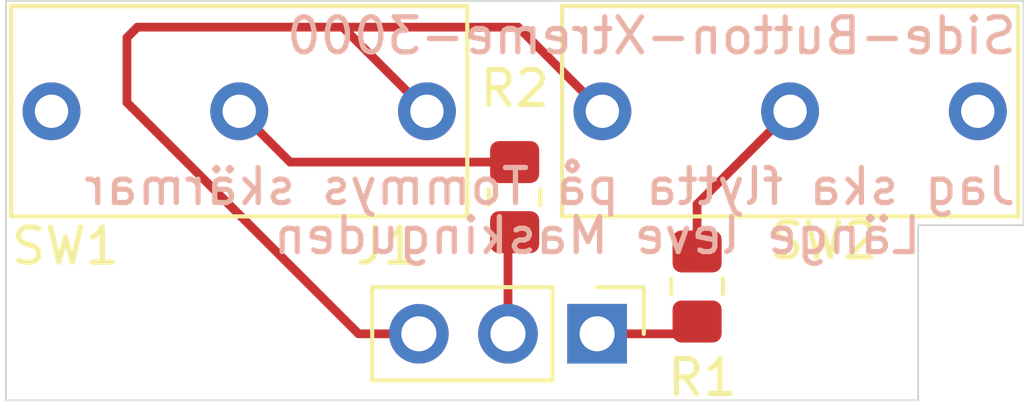
<source format=kicad_pcb>
(kicad_pcb (version 20171130) (host pcbnew "(5.1.9-0-10_14)")

  (general
    (thickness 1.6)
    (drawings 12)
    (tracks 16)
    (zones 0)
    (modules 5)
    (nets 6)
  )

  (page A4)
  (layers
    (0 F.Cu signal)
    (31 B.Cu signal)
    (32 B.Adhes user)
    (33 F.Adhes user)
    (34 B.Paste user)
    (35 F.Paste user)
    (36 B.SilkS user)
    (37 F.SilkS user)
    (38 B.Mask user)
    (39 F.Mask user)
    (40 Dwgs.User user)
    (41 Cmts.User user)
    (42 Eco1.User user)
    (43 Eco2.User user)
    (44 Edge.Cuts user)
    (45 Margin user)
    (46 B.CrtYd user)
    (47 F.CrtYd user)
    (48 B.Fab user)
    (49 F.Fab user)
  )

  (setup
    (last_trace_width 0.25)
    (trace_clearance 0.2)
    (zone_clearance 0.508)
    (zone_45_only no)
    (trace_min 0.2)
    (via_size 0.8)
    (via_drill 0.4)
    (via_min_size 0.4)
    (via_min_drill 0.3)
    (uvia_size 0.3)
    (uvia_drill 0.1)
    (uvias_allowed no)
    (uvia_min_size 0.2)
    (uvia_min_drill 0.1)
    (edge_width 0.05)
    (segment_width 0.2)
    (pcb_text_width 0.3)
    (pcb_text_size 1.5 1.5)
    (mod_edge_width 0.12)
    (mod_text_size 1 1)
    (mod_text_width 0.15)
    (pad_size 1.524 1.524)
    (pad_drill 0.762)
    (pad_to_mask_clearance 0)
    (aux_axis_origin 0 0)
    (visible_elements FFFFFF7F)
    (pcbplotparams
      (layerselection 0x010fc_ffffffff)
      (usegerberextensions false)
      (usegerberattributes true)
      (usegerberadvancedattributes true)
      (creategerberjobfile true)
      (excludeedgelayer true)
      (linewidth 0.100000)
      (plotframeref false)
      (viasonmask false)
      (mode 1)
      (useauxorigin false)
      (hpglpennumber 1)
      (hpglpenspeed 20)
      (hpglpendiameter 15.000000)
      (psnegative false)
      (psa4output false)
      (plotreference true)
      (plotvalue true)
      (plotinvisibletext false)
      (padsonsilk false)
      (subtractmaskfromsilk false)
      (outputformat 1)
      (mirror false)
      (drillshape 1)
      (scaleselection 1)
      (outputdirectory ""))
  )

  (net 0 "")
  (net 1 "Net-(J1-Pad1)")
  (net 2 "Net-(J1-Pad2)")
  (net 3 "Net-(J1-Pad3)")
  (net 4 "Net-(R1-Pad2)")
  (net 5 "Net-(R2-Pad2)")

  (net_class Default "This is the default net class."
    (clearance 0.2)
    (trace_width 0.25)
    (via_dia 0.8)
    (via_drill 0.4)
    (uvia_dia 0.3)
    (uvia_drill 0.1)
    (add_net "Net-(J1-Pad1)")
    (add_net "Net-(J1-Pad2)")
    (add_net "Net-(J1-Pad3)")
    (add_net "Net-(R1-Pad2)")
    (add_net "Net-(R2-Pad2)")
  )

  (module Connector_PinHeader_2.54mm:PinHeader_1x03_P2.54mm_Vertical (layer F.Cu) (tedit 60293813) (tstamp 6026F957)
    (at 46.5 38.3 270)
    (descr "Through hole straight pin header, 1x03, 2.54mm pitch, single row")
    (tags "Through hole pin header THT 1x03 2.54mm single row")
    (path /6026C38E)
    (fp_text reference J1 (at -2.5 6) (layer F.SilkS)
      (effects (font (size 1 1) (thickness 0.15)))
    )
    (fp_text value Conn_01x03_Male (at 1.2 10.25) (layer F.Fab)
      (effects (font (size 1 1) (thickness 0.15)))
    )
    (fp_line (start 1.8 -1.8) (end -1.8 -1.8) (layer F.CrtYd) (width 0.05))
    (fp_line (start 1.8 6.85) (end 1.8 -1.8) (layer F.CrtYd) (width 0.05))
    (fp_line (start -1.8 6.85) (end 1.8 6.85) (layer F.CrtYd) (width 0.05))
    (fp_line (start -1.8 -1.8) (end -1.8 6.85) (layer F.CrtYd) (width 0.05))
    (fp_line (start -1.33 -1.33) (end 0 -1.33) (layer F.SilkS) (width 0.12))
    (fp_line (start -1.33 0) (end -1.33 -1.33) (layer F.SilkS) (width 0.12))
    (fp_line (start -1.33 1.27) (end 1.33 1.27) (layer F.SilkS) (width 0.12))
    (fp_line (start 1.33 1.27) (end 1.33 6.41) (layer F.SilkS) (width 0.12))
    (fp_line (start -1.33 1.27) (end -1.33 6.41) (layer F.SilkS) (width 0.12))
    (fp_line (start -1.33 6.41) (end 1.33 6.41) (layer F.SilkS) (width 0.12))
    (fp_line (start -1.27 -0.635) (end -0.635 -1.27) (layer F.Fab) (width 0.1))
    (fp_line (start -1.27 6.35) (end -1.27 -0.635) (layer F.Fab) (width 0.1))
    (fp_line (start 1.27 6.35) (end -1.27 6.35) (layer F.Fab) (width 0.1))
    (fp_line (start 1.27 -1.27) (end 1.27 6.35) (layer F.Fab) (width 0.1))
    (fp_line (start -0.635 -1.27) (end 1.27 -1.27) (layer F.Fab) (width 0.1))
    (fp_text user %R (at 0 2.54) (layer F.Fab)
      (effects (font (size 1 1) (thickness 0.15)))
    )
    (pad 1 thru_hole rect (at 0 0 270) (size 1.7 1.7) (drill 1) (layers *.Cu *.Mask)
      (net 1 "Net-(J1-Pad1)"))
    (pad 2 thru_hole oval (at 0 2.54 270) (size 1.7 1.7) (drill 1) (layers *.Cu *.Mask)
      (net 2 "Net-(J1-Pad2)"))
    (pad 3 thru_hole oval (at 0 5.08 270) (size 1.7 1.7) (drill 1) (layers *.Cu *.Mask)
      (net 3 "Net-(J1-Pad3)"))
    (model ${KISYS3DMOD}/Connector_PinHeader_2.54mm.3dshapes/PinHeader_1x03_P2.54mm_Vertical.wrl
      (at (xyz 0 0 0))
      (scale (xyz 1 1 1))
      (rotate (xyz 0 0 0))
    )
  )

  (module Resistor_SMD:R_0805_2012Metric_Pad1.20x1.40mm_HandSolder (layer F.Cu) (tedit 60293824) (tstamp 6026F968)
    (at 49.35 36.95 90)
    (descr "Resistor SMD 0805 (2012 Metric), square (rectangular) end terminal, IPC_7351 nominal with elongated pad for handsoldering. (Body size source: IPC-SM-782 page 72, https://www.pcb-3d.com/wordpress/wp-content/uploads/ipc-sm-782a_amendment_1_and_2.pdf), generated with kicad-footprint-generator")
    (tags "resistor handsolder")
    (path /6026C85A)
    (attr smd)
    (fp_text reference R1 (at -2.6 0.15 180) (layer F.SilkS)
      (effects (font (size 1 1) (thickness 0.15)))
    )
    (fp_text value 10k (at -2.55 2.4 180) (layer F.Fab)
      (effects (font (size 1 1) (thickness 0.15)))
    )
    (fp_line (start -1 0.625) (end -1 -0.625) (layer F.Fab) (width 0.1))
    (fp_line (start -1 -0.625) (end 1 -0.625) (layer F.Fab) (width 0.1))
    (fp_line (start 1 -0.625) (end 1 0.625) (layer F.Fab) (width 0.1))
    (fp_line (start 1 0.625) (end -1 0.625) (layer F.Fab) (width 0.1))
    (fp_line (start -0.227064 -0.735) (end 0.227064 -0.735) (layer F.SilkS) (width 0.12))
    (fp_line (start -0.227064 0.735) (end 0.227064 0.735) (layer F.SilkS) (width 0.12))
    (fp_line (start -1.85 0.95) (end -1.85 -0.95) (layer F.CrtYd) (width 0.05))
    (fp_line (start -1.85 -0.95) (end 1.85 -0.95) (layer F.CrtYd) (width 0.05))
    (fp_line (start 1.85 -0.95) (end 1.85 0.95) (layer F.CrtYd) (width 0.05))
    (fp_line (start 1.85 0.95) (end -1.85 0.95) (layer F.CrtYd) (width 0.05))
    (fp_text user %R (at 0 0 90) (layer F.Fab)
      (effects (font (size 0.5 0.5) (thickness 0.08)))
    )
    (pad 2 smd roundrect (at 1 0 90) (size 1.2 1.4) (layers F.Cu F.Paste F.Mask) (roundrect_rratio 0.208333)
      (net 4 "Net-(R1-Pad2)"))
    (pad 1 smd roundrect (at -1 0 90) (size 1.2 1.4) (layers F.Cu F.Paste F.Mask) (roundrect_rratio 0.208333)
      (net 1 "Net-(J1-Pad1)"))
    (model ${KISYS3DMOD}/Resistor_SMD.3dshapes/R_0805_2012Metric.wrl
      (at (xyz 0 0 0))
      (scale (xyz 1 1 1))
      (rotate (xyz 0 0 0))
    )
  )

  (module Resistor_SMD:R_0805_2012Metric_Pad1.20x1.40mm_HandSolder (layer F.Cu) (tedit 6029381C) (tstamp 6026F979)
    (at 44.15 34.4 90)
    (descr "Resistor SMD 0805 (2012 Metric), square (rectangular) end terminal, IPC_7351 nominal with elongated pad for handsoldering. (Body size source: IPC-SM-782 page 72, https://www.pcb-3d.com/wordpress/wp-content/uploads/ipc-sm-782a_amendment_1_and_2.pdf), generated with kicad-footprint-generator")
    (tags "resistor handsolder")
    (path /6026A26C)
    (attr smd)
    (fp_text reference R2 (at 3.1 0 180) (layer F.SilkS)
      (effects (font (size 1 1) (thickness 0.15)))
    )
    (fp_text value 10k (at -1.3 2.45 180) (layer F.Fab)
      (effects (font (size 1 1) (thickness 0.15)))
    )
    (fp_line (start 1.85 0.95) (end -1.85 0.95) (layer F.CrtYd) (width 0.05))
    (fp_line (start 1.85 -0.95) (end 1.85 0.95) (layer F.CrtYd) (width 0.05))
    (fp_line (start -1.85 -0.95) (end 1.85 -0.95) (layer F.CrtYd) (width 0.05))
    (fp_line (start -1.85 0.95) (end -1.85 -0.95) (layer F.CrtYd) (width 0.05))
    (fp_line (start -0.227064 0.735) (end 0.227064 0.735) (layer F.SilkS) (width 0.12))
    (fp_line (start -0.227064 -0.735) (end 0.227064 -0.735) (layer F.SilkS) (width 0.12))
    (fp_line (start 1 0.625) (end -1 0.625) (layer F.Fab) (width 0.1))
    (fp_line (start 1 -0.625) (end 1 0.625) (layer F.Fab) (width 0.1))
    (fp_line (start -1 -0.625) (end 1 -0.625) (layer F.Fab) (width 0.1))
    (fp_line (start -1 0.625) (end -1 -0.625) (layer F.Fab) (width 0.1))
    (fp_text user %R (at 0 0 90) (layer F.Fab)
      (effects (font (size 0.5 0.5) (thickness 0.08)))
    )
    (pad 1 smd roundrect (at -1 0 90) (size 1.2 1.4) (layers F.Cu F.Paste F.Mask) (roundrect_rratio 0.208333)
      (net 2 "Net-(J1-Pad2)"))
    (pad 2 smd roundrect (at 1 0 90) (size 1.2 1.4) (layers F.Cu F.Paste F.Mask) (roundrect_rratio 0.208333)
      (net 5 "Net-(R2-Pad2)"))
    (model ${KISYS3DMOD}/Resistor_SMD.3dshapes/R_0805_2012Metric.wrl
      (at (xyz 0 0 0))
      (scale (xyz 1 1 1))
      (rotate (xyz 0 0 0))
    )
  )

  (module PMW:D2F-5 (layer F.Cu) (tedit 60293804) (tstamp 602996C2)
    (at 36.3 31.95 270)
    (path /60272F1F)
    (fp_text reference SW1 (at 3.85 4.95) (layer F.SilkS)
      (effects (font (size 1 1) (thickness 0.15)))
    )
    (fp_text value SW_Push (at 5.2 3.3) (layer F.Fab)
      (effects (font (size 1 1) (thickness 0.15)))
    )
    (fp_line (start -3 6.5) (end -3 -6.5) (layer F.SilkS) (width 0.12))
    (fp_line (start 3 6.5) (end -3 6.5) (layer F.SilkS) (width 0.12))
    (fp_line (start 3 -6.5) (end 3 6.5) (layer F.SilkS) (width 0.12))
    (fp_line (start -3 -6.5) (end 3 -6.5) (layer F.SilkS) (width 0.12))
    (pad 3 thru_hole circle (at 0 5.35 270) (size 1.65 1.65) (drill 0.95) (layers *.Cu *.Mask))
    (pad 1 thru_hole circle (at 0 -5.35 270) (size 1.65 1.65) (drill 0.95) (layers *.Cu *.Mask)
      (net 3 "Net-(J1-Pad3)"))
    (pad 2 thru_hole circle (at 0 0 270) (size 1.65 1.65) (drill 0.95) (layers *.Cu *.Mask)
      (net 5 "Net-(R2-Pad2)"))
  )

  (module PMW:D2F-5 (layer F.Cu) (tedit 6029382D) (tstamp 602996CD)
    (at 52 31.95 90)
    (path /60277527)
    (fp_text reference SW2 (at -3.7 0.95 180) (layer F.SilkS)
      (effects (font (size 1 1) (thickness 0.15)))
    )
    (fp_text value SW_Push (at -2.2 3.15 180) (layer F.Fab)
      (effects (font (size 1 1) (thickness 0.15)))
    )
    (fp_line (start -3 -6.5) (end 3 -6.5) (layer F.SilkS) (width 0.12))
    (fp_line (start 3 -6.5) (end 3 6.5) (layer F.SilkS) (width 0.12))
    (fp_line (start 3 6.5) (end -3 6.5) (layer F.SilkS) (width 0.12))
    (fp_line (start -3 6.5) (end -3 -6.5) (layer F.SilkS) (width 0.12))
    (pad 2 thru_hole circle (at 0 0 90) (size 1.65 1.65) (drill 0.95) (layers *.Cu *.Mask)
      (net 4 "Net-(R1-Pad2)"))
    (pad 1 thru_hole circle (at 0 -5.35 90) (size 1.65 1.65) (drill 0.95) (layers *.Cu *.Mask)
      (net 3 "Net-(J1-Pad3)"))
    (pad 3 thru_hole circle (at 0 5.35 90) (size 1.65 1.65) (drill 0.95) (layers *.Cu *.Mask))
  )

  (gr_text "Länge leve Maskinguden" (at 46.5 35.5) (layer B.SilkS)
    (effects (font (size 1 1) (thickness 0.15)) (justify mirror))
  )
  (gr_text "Jag ska flytta på Tommys skärmar" (at 45.15 34.1) (layer B.SilkS)
    (effects (font (size 1 1) (thickness 0.15)) (justify mirror))
  )
  (gr_text Side-Button-Xtreme-3000 (at 48.05 29.8) (layer B.SilkS)
    (effects (font (size 1 1) (thickness 0.15)) (justify mirror))
  )
  (gr_line (start 29.65 28.8) (end 29.65 31.7) (angle 90) (layer Edge.Cuts) (width 0.05))
  (gr_line (start 58.65 28.8) (end 29.65 28.8) (angle 90) (layer Edge.Cuts) (width 0.05))
  (gr_line (start 58.65 28.9) (end 58.65 28.8) (angle 90) (layer Edge.Cuts) (width 0.05))
  (gr_line (start 58.65 31.7) (end 58.65 28.9) (angle 90) (layer Edge.Cuts) (width 0.05))
  (gr_line (start 29.65 31.7) (end 29.65 40.2) (angle 90) (layer Edge.Cuts) (width 0.05))
  (gr_line (start 58.65 35.2) (end 58.65 31.7) (angle 90) (layer Edge.Cuts) (width 0.05))
  (gr_line (start 55.65 35.2) (end 58.65 35.2) (angle 90) (layer Edge.Cuts) (width 0.05))
  (gr_line (start 55.65 40.2) (end 55.65 35.2) (angle 90) (layer Edge.Cuts) (width 0.05))
  (gr_line (start 29.65 40.2) (end 55.65 40.2) (angle 90) (layer Edge.Cuts) (width 0.05))

  (segment (start 46.5 38.3) (end 49 38.3) (width 0.25) (layer F.Cu) (net 1) (status C00000))
  (segment (start 49 38.3) (end 49.35 37.95) (width 0.25) (layer F.Cu) (net 1) (tstamp 602A490C) (status C00000))
  (segment (start 43.96 38.3) (end 43.96 35.59) (width 0.25) (layer F.Cu) (net 2) (status C00000))
  (segment (start 43.96 35.59) (end 44.15 35.4) (width 0.25) (layer F.Cu) (net 2) (tstamp 602A490F) (status C00000))
  (segment (start 41.42 38.3) (end 39.7 38.3) (width 0.25) (layer F.Cu) (net 3) (status 400000))
  (segment (start 39.25 29.55) (end 41.65 31.95) (width 0.25) (layer F.Cu) (net 3) (tstamp 602A5064) (status 800000))
  (segment (start 33.4 29.55) (end 39.25 29.55) (width 0.25) (layer F.Cu) (net 3) (tstamp 602A5063))
  (segment (start 33.1 29.85) (end 33.4 29.55) (width 0.25) (layer F.Cu) (net 3) (tstamp 602A5062))
  (segment (start 33.1 31.7) (end 33.1 29.85) (width 0.25) (layer F.Cu) (net 3) (tstamp 602A5060))
  (segment (start 39.7 38.3) (end 33.1 31.7) (width 0.25) (layer F.Cu) (net 3) (tstamp 602A505E))
  (segment (start 39.25 29.55) (end 44.25 29.55) (width 0.25) (layer F.Cu) (net 3))
  (segment (start 44.25 29.55) (end 46.65 31.95) (width 0.25) (layer F.Cu) (net 3) (tstamp 602A5068) (status 800000))
  (segment (start 49.35 35.95) (end 49.35 34.6) (width 0.25) (layer F.Cu) (net 4) (status 400000))
  (segment (start 49.35 34.6) (end 52 31.95) (width 0.25) (layer F.Cu) (net 4) (tstamp 602A491C) (status 800000))
  (segment (start 44.15 33.4) (end 37.75 33.4) (width 0.25) (layer F.Cu) (net 5) (status 400000))
  (segment (start 37.75 33.4) (end 36.3 31.95) (width 0.25) (layer F.Cu) (net 5) (tstamp 602A506C) (status 800000))

)

</source>
